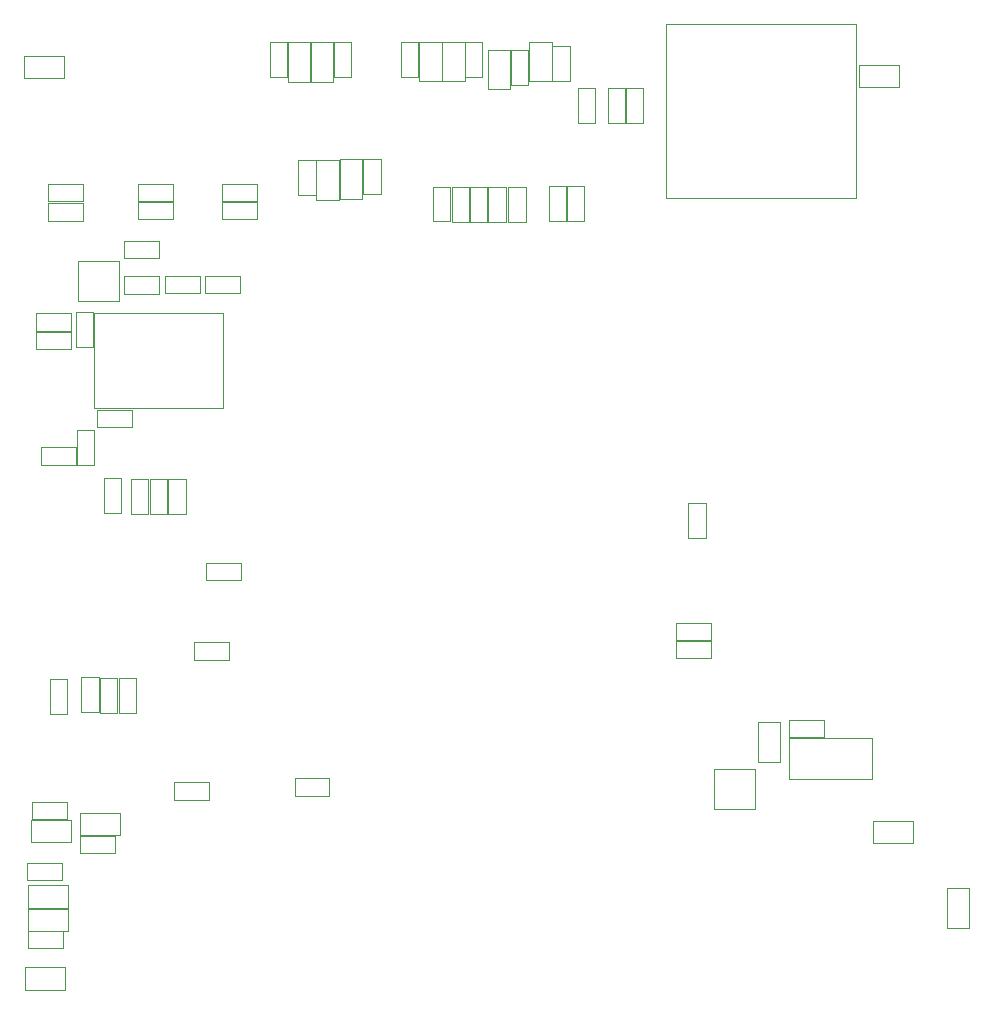
<source format=gbr>
G04 #@! TF.GenerationSoftware,KiCad,Pcbnew,5.1.5-52549c5~86~ubuntu18.04.1*
G04 #@! TF.CreationDate,2020-05-25T12:27:11-05:00*
G04 #@! TF.ProjectId,AICE,41494345-2e6b-4696-9361-645f70636258,rev?*
G04 #@! TF.SameCoordinates,Original*
G04 #@! TF.FileFunction,Other,User*
%FSLAX46Y46*%
G04 Gerber Fmt 4.6, Leading zero omitted, Abs format (unit mm)*
G04 Created by KiCad (PCBNEW 5.1.5-52549c5~86~ubuntu18.04.1) date 2020-05-25 12:27:11*
%MOMM*%
%LPD*%
G04 APERTURE LIST*
%ADD10C,0.050000*%
G04 APERTURE END LIST*
D10*
X75162640Y-80719800D02*
X76622640Y-80719800D01*
X76622640Y-80719800D02*
X76622640Y-77759800D01*
X76622640Y-77759800D02*
X75162640Y-77759800D01*
X75162640Y-77759800D02*
X75162640Y-80719800D01*
X46430000Y-88428000D02*
X46430000Y-96528000D01*
X46430000Y-88428000D02*
X57330000Y-88428000D01*
X57330000Y-96528000D02*
X46430000Y-96528000D01*
X57330000Y-96528000D02*
X57330000Y-88428000D01*
X86419440Y-77740060D02*
X84959440Y-77740060D01*
X84959440Y-77740060D02*
X84959440Y-80700060D01*
X84959440Y-80700060D02*
X86419440Y-80700060D01*
X86419440Y-80700060D02*
X86419440Y-77740060D01*
X87956140Y-77745140D02*
X86496140Y-77745140D01*
X86496140Y-77745140D02*
X86496140Y-80705140D01*
X86496140Y-80705140D02*
X87956140Y-80705140D01*
X87956140Y-80705140D02*
X87956140Y-77745140D01*
X50146000Y-80520000D02*
X53106000Y-80520000D01*
X50146000Y-79060000D02*
X50146000Y-80520000D01*
X53106000Y-79060000D02*
X50146000Y-79060000D01*
X53106000Y-80520000D02*
X53106000Y-79060000D01*
X98230000Y-107530000D02*
X98230000Y-104570000D01*
X96770000Y-107530000D02*
X98230000Y-107530000D01*
X96770000Y-104570000D02*
X96770000Y-107530000D01*
X98230000Y-104570000D02*
X96770000Y-104570000D01*
X57258000Y-80520000D02*
X60218000Y-80520000D01*
X57258000Y-79060000D02*
X57258000Y-80520000D01*
X60218000Y-79060000D02*
X57258000Y-79060000D01*
X60218000Y-80520000D02*
X60218000Y-79060000D01*
X55425000Y-85338000D02*
X52465000Y-85338000D01*
X55425000Y-86798000D02*
X55425000Y-85338000D01*
X52465000Y-86798000D02*
X55425000Y-86798000D01*
X52465000Y-85338000D02*
X52465000Y-86798000D01*
X51925000Y-85378000D02*
X48965000Y-85378000D01*
X51925000Y-86838000D02*
X51925000Y-85378000D01*
X48965000Y-86838000D02*
X51925000Y-86838000D01*
X48965000Y-85378000D02*
X48965000Y-86838000D01*
X41566000Y-91526000D02*
X44526000Y-91526000D01*
X41566000Y-90066000D02*
X41566000Y-91526000D01*
X44526000Y-90066000D02*
X41566000Y-90066000D01*
X44526000Y-91526000D02*
X44526000Y-90066000D01*
X41566000Y-89956000D02*
X44526000Y-89956000D01*
X41566000Y-88496000D02*
X41566000Y-89956000D01*
X44526000Y-88496000D02*
X41566000Y-88496000D01*
X44526000Y-89956000D02*
X44526000Y-88496000D01*
X42514000Y-80644000D02*
X45474000Y-80644000D01*
X42514000Y-79184000D02*
X42514000Y-80644000D01*
X45474000Y-79184000D02*
X42514000Y-79184000D01*
X45474000Y-80644000D02*
X45474000Y-79184000D01*
X44914000Y-99854000D02*
X41954000Y-99854000D01*
X44914000Y-101314000D02*
X44914000Y-99854000D01*
X41954000Y-101314000D02*
X44914000Y-101314000D01*
X41954000Y-99854000D02*
X41954000Y-101314000D01*
X54908000Y-117824000D02*
X57868000Y-117824000D01*
X54908000Y-116364000D02*
X54908000Y-117824000D01*
X57868000Y-116364000D02*
X54908000Y-116364000D01*
X57868000Y-117824000D02*
X57868000Y-116364000D01*
X115780000Y-131460000D02*
X112420000Y-131460000D01*
X115780000Y-133360000D02*
X115780000Y-131460000D01*
X112420000Y-133360000D02*
X115780000Y-133360000D01*
X112420000Y-131460000D02*
X112420000Y-133360000D01*
X111250000Y-69330000D02*
X114610000Y-69330000D01*
X111250000Y-67430000D02*
X111250000Y-69330000D01*
X114610000Y-67430000D02*
X111250000Y-67430000D01*
X114610000Y-69330000D02*
X114610000Y-67430000D01*
X118630000Y-137150000D02*
X118630000Y-140510000D01*
X120530000Y-137150000D02*
X118630000Y-137150000D01*
X120530000Y-140510000D02*
X120530000Y-137150000D01*
X118630000Y-140510000D02*
X120530000Y-140510000D01*
X43871000Y-66702000D02*
X40511000Y-66702000D01*
X43871000Y-68602000D02*
X43871000Y-66702000D01*
X40511000Y-68602000D02*
X43871000Y-68602000D01*
X40511000Y-66702000D02*
X40511000Y-68602000D01*
X43985000Y-143850000D02*
X40625000Y-143850000D01*
X43985000Y-145750000D02*
X43985000Y-143850000D01*
X40625000Y-145750000D02*
X43985000Y-145750000D01*
X40625000Y-143850000D02*
X40625000Y-145750000D01*
X104528000Y-126484000D02*
X104528000Y-123124000D01*
X102628000Y-126484000D02*
X104528000Y-126484000D01*
X102628000Y-123124000D02*
X102628000Y-126484000D01*
X104528000Y-123124000D02*
X102628000Y-123124000D01*
X105300000Y-124450000D02*
X105300000Y-127950000D01*
X112300000Y-124450000D02*
X105300000Y-124450000D01*
X112300000Y-127950000D02*
X112300000Y-124450000D01*
X105300000Y-127950000D02*
X112300000Y-127950000D01*
X91472000Y-72346000D02*
X92932000Y-72346000D01*
X92932000Y-72346000D02*
X92932000Y-69386000D01*
X92932000Y-69386000D02*
X91472000Y-69386000D01*
X91472000Y-69386000D02*
X91472000Y-72346000D01*
X70699380Y-78424220D02*
X70699380Y-75464220D01*
X69239380Y-78424220D02*
X70699380Y-78424220D01*
X69239380Y-75464220D02*
X69239380Y-78424220D01*
X70699380Y-75464220D02*
X69239380Y-75464220D01*
X85259180Y-65894100D02*
X85259180Y-68854100D01*
X86719180Y-65894100D02*
X85259180Y-65894100D01*
X86719180Y-68854100D02*
X86719180Y-65894100D01*
X85259180Y-68854100D02*
X86719180Y-68854100D01*
X69161700Y-78824880D02*
X69161700Y-75464880D01*
X67261700Y-78824880D02*
X69161700Y-78824880D01*
X67261700Y-75464880D02*
X67261700Y-78824880D01*
X69161700Y-75464880D02*
X67261700Y-75464880D01*
X83299180Y-65498100D02*
X83299180Y-68858100D01*
X85199180Y-65498100D02*
X83299180Y-65498100D01*
X85199180Y-68858100D02*
X85199180Y-65498100D01*
X83299180Y-68858100D02*
X85199180Y-68858100D01*
X65214760Y-78485780D02*
X65214760Y-75525780D01*
X63754760Y-78485780D02*
X65214760Y-78485780D01*
X63754760Y-75525780D02*
X63754760Y-78485780D01*
X65214760Y-75525780D02*
X63754760Y-75525780D01*
X83193180Y-69162100D02*
X83193180Y-66202100D01*
X81733180Y-69162100D02*
X83193180Y-69162100D01*
X81733180Y-66202100D02*
X81733180Y-69162100D01*
X83193180Y-66202100D02*
X81733180Y-66202100D01*
X67164760Y-78885780D02*
X67164760Y-75525780D01*
X65264760Y-78885780D02*
X67164760Y-78885780D01*
X65264760Y-75525780D02*
X65264760Y-78885780D01*
X67164760Y-75525780D02*
X65264760Y-75525780D01*
X81679180Y-69537100D02*
X81679180Y-66177100D01*
X79779180Y-69537100D02*
X81679180Y-69537100D01*
X79779180Y-66177100D02*
X79779180Y-69537100D01*
X81679180Y-66177100D02*
X79779180Y-66177100D01*
X79324460Y-68448180D02*
X79324460Y-65488180D01*
X77864460Y-68448180D02*
X79324460Y-68448180D01*
X77864460Y-65488180D02*
X77864460Y-68448180D01*
X79324460Y-65488180D02*
X77864460Y-65488180D01*
X68214820Y-68511120D02*
X68214820Y-65551120D01*
X66754820Y-68511120D02*
X68214820Y-68511120D01*
X66754820Y-65551120D02*
X66754820Y-68511120D01*
X68214820Y-65551120D02*
X66754820Y-65551120D01*
X77814460Y-68848180D02*
X77814460Y-65488180D01*
X75914460Y-68848180D02*
X77814460Y-68848180D01*
X75914460Y-65488180D02*
X75914460Y-68848180D01*
X77814460Y-65488180D02*
X75914460Y-65488180D01*
X66704820Y-68903620D02*
X66704820Y-65543620D01*
X64804820Y-68903620D02*
X66704820Y-68903620D01*
X64804820Y-65543620D02*
X64804820Y-68903620D01*
X66704820Y-65543620D02*
X64804820Y-65543620D01*
X73904460Y-68448180D02*
X73904460Y-65488180D01*
X72444460Y-68448180D02*
X73904460Y-68448180D01*
X72444460Y-65488180D02*
X72444460Y-68448180D01*
X73904460Y-65488180D02*
X72444460Y-65488180D01*
X62764820Y-68496120D02*
X62764820Y-65536120D01*
X61304820Y-68496120D02*
X62764820Y-68496120D01*
X61304820Y-65536120D02*
X61304820Y-68496120D01*
X62764820Y-65536120D02*
X61304820Y-65536120D01*
X75864460Y-68848180D02*
X75864460Y-65488180D01*
X73964460Y-68848180D02*
X75864460Y-68848180D01*
X73964460Y-65488180D02*
X73964460Y-68848180D01*
X75864460Y-65488180D02*
X73964460Y-65488180D01*
X64734820Y-68896120D02*
X64734820Y-65536120D01*
X62834820Y-68896120D02*
X64734820Y-68896120D01*
X62834820Y-65536120D02*
X62834820Y-68896120D01*
X64734820Y-65536120D02*
X62834820Y-65536120D01*
X44120000Y-129870000D02*
X41160000Y-129870000D01*
X44120000Y-131330000D02*
X44120000Y-129870000D01*
X41160000Y-131330000D02*
X44120000Y-131330000D01*
X41160000Y-129870000D02*
X41160000Y-131330000D01*
X43730000Y-135020000D02*
X40770000Y-135020000D01*
X43730000Y-136480000D02*
X43730000Y-135020000D01*
X40770000Y-136480000D02*
X43730000Y-136480000D01*
X40770000Y-135020000D02*
X40770000Y-136480000D01*
X44505000Y-131380000D02*
X41145000Y-131380000D01*
X44505000Y-133280000D02*
X44505000Y-131380000D01*
X41145000Y-133280000D02*
X44505000Y-133280000D01*
X41145000Y-131380000D02*
X41145000Y-133280000D01*
X44235000Y-136940000D02*
X40875000Y-136940000D01*
X44235000Y-138840000D02*
X44235000Y-136940000D01*
X40875000Y-138840000D02*
X44235000Y-138840000D01*
X40875000Y-136940000D02*
X40875000Y-138840000D01*
X45265000Y-134180000D02*
X48225000Y-134180000D01*
X45265000Y-132720000D02*
X45265000Y-134180000D01*
X48225000Y-132720000D02*
X45265000Y-132720000D01*
X48225000Y-134180000D02*
X48225000Y-132720000D01*
X43840000Y-140810000D02*
X40880000Y-140810000D01*
X43840000Y-142270000D02*
X43840000Y-140810000D01*
X40880000Y-142270000D02*
X43840000Y-142270000D01*
X40880000Y-140810000D02*
X40880000Y-142270000D01*
X45280000Y-132690000D02*
X48640000Y-132690000D01*
X45280000Y-130790000D02*
X45280000Y-132690000D01*
X48640000Y-130790000D02*
X45280000Y-130790000D01*
X48640000Y-132690000D02*
X48640000Y-130790000D01*
X44235000Y-138890000D02*
X40875000Y-138890000D01*
X44235000Y-140790000D02*
X44235000Y-138890000D01*
X40875000Y-140790000D02*
X44235000Y-140790000D01*
X40875000Y-138890000D02*
X40875000Y-140790000D01*
X78282460Y-80739800D02*
X79742460Y-80739800D01*
X79742460Y-80739800D02*
X79742460Y-77779800D01*
X79742460Y-77779800D02*
X78282460Y-77779800D01*
X78282460Y-77779800D02*
X78282460Y-80739800D01*
X76742640Y-80734800D02*
X78202640Y-80734800D01*
X78202640Y-80734800D02*
X78202640Y-77774800D01*
X78202640Y-77774800D02*
X76742640Y-77774800D01*
X76742640Y-77774800D02*
X76742640Y-80734800D01*
X81520000Y-80730000D02*
X82980000Y-80730000D01*
X82980000Y-80730000D02*
X82980000Y-77770000D01*
X82980000Y-77770000D02*
X81520000Y-77770000D01*
X81520000Y-77770000D02*
X81520000Y-80730000D01*
X79835620Y-80747100D02*
X81295620Y-80747100D01*
X81295620Y-80747100D02*
X81295620Y-77787100D01*
X81295620Y-77787100D02*
X79835620Y-77787100D01*
X79835620Y-77787100D02*
X79835620Y-80747100D01*
X89948000Y-72346000D02*
X91408000Y-72346000D01*
X91408000Y-72346000D02*
X91408000Y-69386000D01*
X91408000Y-69386000D02*
X89948000Y-69386000D01*
X89948000Y-69386000D02*
X89948000Y-72346000D01*
X87426000Y-72354000D02*
X88886000Y-72354000D01*
X88886000Y-72354000D02*
X88886000Y-69394000D01*
X88886000Y-69394000D02*
X87426000Y-69394000D01*
X87426000Y-69394000D02*
X87426000Y-72354000D01*
X57258000Y-78996000D02*
X60218000Y-78996000D01*
X57258000Y-77536000D02*
X57258000Y-78996000D01*
X60218000Y-77536000D02*
X57258000Y-77536000D01*
X60218000Y-78996000D02*
X60218000Y-77536000D01*
X108238000Y-122934000D02*
X105278000Y-122934000D01*
X108238000Y-124394000D02*
X108238000Y-122934000D01*
X105278000Y-124394000D02*
X108238000Y-124394000D01*
X105278000Y-122934000D02*
X105278000Y-124394000D01*
X95740500Y-116147620D02*
X98700500Y-116147620D01*
X95740500Y-114687620D02*
X95740500Y-116147620D01*
X98700500Y-114687620D02*
X95740500Y-114687620D01*
X98700500Y-116147620D02*
X98700500Y-114687620D01*
X95720500Y-117677620D02*
X98680500Y-117677620D01*
X95720500Y-116217620D02*
X95720500Y-117677620D01*
X98680500Y-116217620D02*
X95720500Y-116217620D01*
X98680500Y-117677620D02*
X98680500Y-116217620D01*
X42526000Y-78996000D02*
X45486000Y-78996000D01*
X42526000Y-77536000D02*
X42526000Y-78996000D01*
X45486000Y-77536000D02*
X42526000Y-77536000D01*
X45486000Y-78996000D02*
X45486000Y-77536000D01*
X53243000Y-129666000D02*
X56203000Y-129666000D01*
X53243000Y-128206000D02*
X53243000Y-129666000D01*
X56203000Y-128206000D02*
X53243000Y-128206000D01*
X56203000Y-129666000D02*
X56203000Y-128206000D01*
X46346000Y-91386000D02*
X46346000Y-88426000D01*
X44886000Y-91386000D02*
X46346000Y-91386000D01*
X44886000Y-88426000D02*
X44886000Y-91386000D01*
X46346000Y-88426000D02*
X44886000Y-88426000D01*
X58835000Y-85318000D02*
X55875000Y-85318000D01*
X58835000Y-86778000D02*
X58835000Y-85318000D01*
X55875000Y-86778000D02*
X58835000Y-86778000D01*
X55875000Y-85318000D02*
X55875000Y-86778000D01*
X51975000Y-82378000D02*
X49015000Y-82378000D01*
X51975000Y-83838000D02*
X51975000Y-82378000D01*
X49015000Y-83838000D02*
X51975000Y-83838000D01*
X49015000Y-82378000D02*
X49015000Y-83838000D01*
X49690000Y-96668000D02*
X46730000Y-96668000D01*
X49690000Y-98128000D02*
X49690000Y-96668000D01*
X46730000Y-98128000D02*
X49690000Y-98128000D01*
X46730000Y-96668000D02*
X46730000Y-98128000D01*
X44990000Y-98342000D02*
X44990000Y-101302000D01*
X46450000Y-98342000D02*
X44990000Y-98342000D01*
X46450000Y-101302000D02*
X46450000Y-98342000D01*
X44990000Y-101302000D02*
X46450000Y-101302000D01*
X55950000Y-111110000D02*
X58910000Y-111110000D01*
X55950000Y-109650000D02*
X55950000Y-111110000D01*
X58910000Y-109650000D02*
X55950000Y-109650000D01*
X58910000Y-111110000D02*
X58910000Y-109650000D01*
X42704000Y-119424000D02*
X42704000Y-122384000D01*
X44164000Y-119424000D02*
X42704000Y-119424000D01*
X44164000Y-122384000D02*
X44164000Y-119424000D01*
X42704000Y-122384000D02*
X44164000Y-122384000D01*
X48736000Y-105366000D02*
X48736000Y-102406000D01*
X47276000Y-105366000D02*
X48736000Y-105366000D01*
X47276000Y-102406000D02*
X47276000Y-105366000D01*
X48736000Y-102406000D02*
X47276000Y-102406000D01*
X52738000Y-105471000D02*
X54198000Y-105471000D01*
X54198000Y-105471000D02*
X54198000Y-102511000D01*
X54198000Y-102511000D02*
X52738000Y-102511000D01*
X52738000Y-102511000D02*
X52738000Y-105471000D01*
X51158000Y-102496000D02*
X51158000Y-105456000D01*
X52618000Y-102496000D02*
X51158000Y-102496000D01*
X52618000Y-105456000D02*
X52618000Y-102496000D01*
X51158000Y-105456000D02*
X52618000Y-105456000D01*
X49588000Y-102491000D02*
X49588000Y-105451000D01*
X51048000Y-102491000D02*
X49588000Y-102491000D01*
X51048000Y-105451000D02*
X51048000Y-102491000D01*
X49588000Y-105451000D02*
X51048000Y-105451000D01*
X46840000Y-122290000D02*
X46840000Y-119330000D01*
X45380000Y-122290000D02*
X46840000Y-122290000D01*
X45380000Y-119330000D02*
X45380000Y-122290000D01*
X46840000Y-119330000D02*
X45380000Y-119330000D01*
X48390000Y-122315000D02*
X48390000Y-119355000D01*
X46930000Y-122315000D02*
X48390000Y-122315000D01*
X46930000Y-119355000D02*
X46930000Y-122315000D01*
X48390000Y-119355000D02*
X46930000Y-119355000D01*
X49980000Y-122310000D02*
X49980000Y-119350000D01*
X48520000Y-122310000D02*
X49980000Y-122310000D01*
X48520000Y-119350000D02*
X48520000Y-122310000D01*
X49980000Y-119350000D02*
X48520000Y-119350000D01*
X102448000Y-130464000D02*
X102448000Y-127064000D01*
X102448000Y-127064000D02*
X98948000Y-127064000D01*
X98948000Y-127064000D02*
X98948000Y-130464000D01*
X98948000Y-130464000D02*
X102448000Y-130464000D01*
X94830000Y-64000000D02*
X94830000Y-78700000D01*
X94830000Y-64000000D02*
X110990000Y-64000000D01*
X94830000Y-78700000D02*
X110990000Y-78700000D01*
X110990000Y-64000000D02*
X110990000Y-78700000D01*
X48600000Y-87458000D02*
X48600000Y-84058000D01*
X48600000Y-84058000D02*
X45100000Y-84058000D01*
X45100000Y-84058000D02*
X45100000Y-87458000D01*
X45100000Y-87458000D02*
X48600000Y-87458000D01*
X53131500Y-78996000D02*
X53131500Y-77536000D01*
X53131500Y-77536000D02*
X50171500Y-77536000D01*
X50171500Y-77536000D02*
X50171500Y-78996000D01*
X50171500Y-78996000D02*
X53131500Y-78996000D01*
X66380000Y-129330000D02*
X66380000Y-127870000D01*
X66380000Y-127870000D02*
X63420000Y-127870000D01*
X63420000Y-127870000D02*
X63420000Y-129330000D01*
X63420000Y-129330000D02*
X66380000Y-129330000D01*
M02*

</source>
